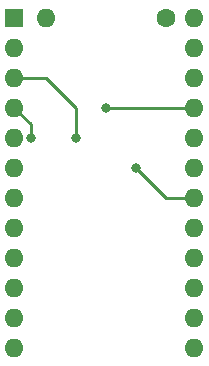
<source format=gbl>
G04 #@! TF.GenerationSoftware,KiCad,Pcbnew,7.0.9*
G04 #@! TF.CreationDate,2024-03-25T17:03:32-07:00*
G04 #@! TF.ProjectId,sop28-to-dip-24-rom-adapter,736f7032-382d-4746-9f2d-6469702d3234,rev?*
G04 #@! TF.SameCoordinates,Original*
G04 #@! TF.FileFunction,Copper,L2,Bot*
G04 #@! TF.FilePolarity,Positive*
%FSLAX46Y46*%
G04 Gerber Fmt 4.6, Leading zero omitted, Abs format (unit mm)*
G04 Created by KiCad (PCBNEW 7.0.9) date 2024-03-25 17:03:32*
%MOMM*%
%LPD*%
G01*
G04 APERTURE LIST*
G04 #@! TA.AperFunction,ComponentPad*
%ADD10C,1.600000*%
G04 #@! TD*
G04 #@! TA.AperFunction,ComponentPad*
%ADD11O,1.600000X1.600000*%
G04 #@! TD*
G04 #@! TA.AperFunction,ComponentPad*
%ADD12R,1.600000X1.600000*%
G04 #@! TD*
G04 #@! TA.AperFunction,ViaPad*
%ADD13C,0.800000*%
G04 #@! TD*
G04 #@! TA.AperFunction,Conductor*
%ADD14C,0.250000*%
G04 #@! TD*
G04 APERTURE END LIST*
D10*
X139700000Y-81280000D03*
D11*
X129540000Y-81280000D03*
D12*
X126840000Y-81280000D03*
D11*
X126840000Y-83820000D03*
X126840000Y-86360000D03*
X126840000Y-88900000D03*
X126840000Y-91440000D03*
X126840000Y-93980000D03*
X126840000Y-96520000D03*
X126840000Y-99060000D03*
X126840000Y-101600000D03*
X126840000Y-104140000D03*
X126840000Y-106680000D03*
X126840000Y-109220000D03*
X142080000Y-109220000D03*
X142080000Y-106680000D03*
X142080000Y-104140000D03*
X142080000Y-101600000D03*
X142080000Y-99060000D03*
X142080000Y-96520000D03*
X142080000Y-93980000D03*
X142080000Y-91440000D03*
X142080000Y-88900000D03*
X142080000Y-86360000D03*
X142080000Y-83820000D03*
X142080000Y-81280000D03*
D13*
X134620000Y-88900000D03*
X132080000Y-91440000D03*
X128239503Y-91440000D03*
X137160000Y-93980000D03*
D14*
X134620000Y-88900000D02*
X142080000Y-88900000D01*
X132080000Y-88900000D02*
X129540000Y-86360000D01*
X132080000Y-91440000D02*
X132080000Y-88900000D01*
X129540000Y-86360000D02*
X126840000Y-86360000D01*
X128239503Y-90299503D02*
X126840000Y-88900000D01*
X128239503Y-91440000D02*
X128239503Y-90299503D01*
X137160000Y-93980000D02*
X139700000Y-96520000D01*
X139700000Y-96520000D02*
X142080000Y-96520000D01*
M02*

</source>
